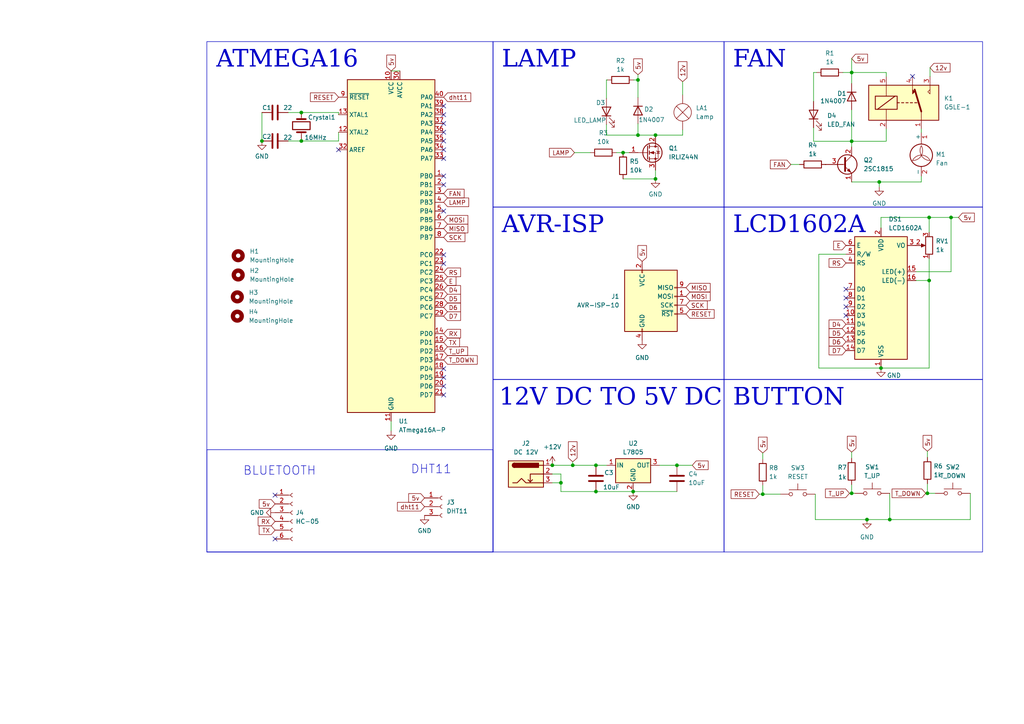
<source format=kicad_sch>
(kicad_sch (version 20230121) (generator eeschema)
  (paper "A4")
  (title_block (title "Egg incubator project") (date "2024-05-02") (company "Zinj"))
  (lib_symbols
    (symbol "Connector:AVR-ISP-10" (pin_names (offset 1.016))
      (property "Reference" "J" (at -6.35 11.43 0))
      (property "Value" "AVR-ISP-10" (at 0 11.43 0))
      (symbol "AVR-ISP-10_0_1"
        (rectangle (start -2.667 -6.858) (end -2.413 -7.62))
        (rectangle (start -2.667 10.16) (end -2.413 9.398))
        (rectangle (start 7.62 -2.413) (end 6.858 -2.667))
        (rectangle (start 7.62 0.127) (end 6.858 -0.127))
        (rectangle (start 7.62 2.667) (end 6.858 2.413))
        (rectangle (start 7.62 5.207) (end 6.858 4.953))
        (rectangle (start 7.62 10.16) (end -7.62 -7.62) (stroke (width 0.254)) (fill (type background)))
      )
      (symbol "AVR-ISP-10_1_1"
        (pin passive line (at 10.16 2.54 180) (length 2.54) (name "MOSI") (number "1"))
        (pin passive line (at -2.54 -10.16 90) (length 2.54) hide (name "GND") (number "10"))
        (pin passive line (at -2.54 12.7 270) (length 2.54) (name "VCC") (number "2"))
        (pin no_connect line (at 7.62 -5.08 180) (length 2.54) hide (name "NC") (number "3"))
        (pin passive line (at -2.54 -10.16 90) (length 2.54) (name "GND") (number "4"))
        (pin passive line (at 10.16 -2.54 180) (length 2.54) (name "~{RST}") (number "5"))
        (pin passive line (at -2.54 -10.16 90) (length 2.54) hide (name "GND") (number "6"))
        (pin passive line (at 10.16 0 180) (length 2.54) (name "SCK") (number "7"))
        (pin passive line (at -2.54 -10.16 90) (length 2.54) hide (name "GND") (number "8"))
        (pin passive line (at 10.16 5.08 180) (length 2.54) (name "MISO") (number "9"))
      )
    )
    (symbol "Connector:Barrel_Jack_Switch_Pin3Ring" (pin_names hide)
      (property "Reference" "J" (at 0 5.334 0))
      (property "Value" "Barrel_Jack_Switch_Pin3Ring" (at 0 -5.08 0))
      (symbol "Barrel_Jack_Switch_Pin3Ring_0_1"
        (rectangle (start -5.08 3.81) (end 5.08 -3.81) (stroke (width 0.254)) (fill (type background)))
        (arc (start -3.302 3.175) (mid -3.9343 2.54) (end -3.302 1.905) (stroke (width 0.254)))
        (arc (start -3.302 3.175) (mid -3.9343 2.54) (end -3.302 1.905) (stroke (width 0.254)) (fill (type outline)))
        (polyline (pts (xy 1.27 -2.286) (xy 1.905 -1.651)) (stroke (width 0.254)))
        (polyline (pts (xy 5.08 2.54) (xy 3.81 2.54)) (stroke (width 0.254)))
        (polyline (pts (xy 5.08 0) (xy 1.27 0) (xy 1.27 -2.286) (xy 0.635 -1.651)) (stroke (width 0.254)))
        (polyline (pts (xy -3.81 -2.54) (xy -2.54 -2.54) (xy -1.27 -1.27) (xy 0 -2.54) (xy 2.54 -2.54) (xy 5.08 -2.54)) (stroke (width 0.254)))
        (rectangle (start 3.683 3.175) (end -3.302 1.905) (stroke (width 0.254)) (fill (type outline)))
      )
      (symbol "Barrel_Jack_Switch_Pin3Ring_1_1"
        (pin passive line (at 7.62 2.54 180) (length 2.54) (name "~") (number "1"))
        (pin passive line (at 7.62 0 180) (length 2.54) (name "~") (number "2"))
        (pin passive line (at 7.62 -2.54 180) (length 2.54) (name "~") (number "3"))
      )
    )
    (symbol "Connector:Conn_01x03_Socket" (pin_names (offset 1.016) hide)
      (property "Reference" "J" (at 0 5.08 0))
      (property "Value" "Conn_01x03_Socket" (at 0 -5.08 0))
      (symbol "Conn_01x03_Socket_1_1"
        (arc (start 0 -2.032) (mid -0.5058 -2.54) (end 0 -3.048) (stroke (width 0.1524)))
        (polyline (pts (xy -1.27 -2.54) (xy -0.508 -2.54)) (stroke (width 0.1524)))
        (polyline (pts (xy -1.27 0) (xy -0.508 0)) (stroke (width 0.1524)))
        (polyline (pts (xy -1.27 2.54) (xy -0.508 2.54)) (stroke (width 0.1524)))
        (arc (start 0 0.508) (mid -0.5058 0) (end 0 -0.508) (stroke (width 0.1524)))
        (arc (start 0 3.048) (mid -0.5058 2.54) (end 0 2.032) (stroke (width 0.1524)))
        (pin passive line (at -5.08 2.54 0) (length 3.81) (name "Pin_1") (number "1"))
        (pin passive line (at -5.08 0 0) (length 3.81) (name "Pin_2") (number "2"))
        (pin passive line (at -5.08 -2.54 0) (length 3.81) (name "Pin_3") (number "3"))
      )
    )
    (symbol "Connector:Conn_01x06_Socket" (pin_names (offset 1.016) hide)
      (property "Reference" "J" (at 0 7.62 0))
      (property "Value" "Conn_01x06_Socket" (at 0 -10.16 0))
      (symbol "Conn_01x06_Socket_1_1"
        (arc (start 0 -7.112) (mid -0.5058 -7.62) (end 0 -8.128) (stroke (width 0.1524)))
        (arc (start 0 -4.572) (mid -0.5058 -5.08) (end 0 -5.588) (stroke (width 0.1524)))
        (arc (start 0 -2.032) (mid -0.5058 -2.54) (end 0 -3.048) (stroke (width 0.1524)))
        (polyline (pts (xy -1.27 -7.62) (xy -0.508 -7.62)) (stroke (width 0.1524)))
        (polyline (pts (xy -1.27 -5.08) (xy -0.508 -5.08)) (stroke (width 0.1524)))
        (polyline (pts (xy -1.27 -2.54) (xy -0.508 -2.54)) (stroke (width 0.1524)))
        (polyline (pts (xy -1.27 0) (xy -0.508 0)) (stroke (width 0.1524)))
        (polyline (pts (xy -1.27 2.54) (xy -0.508 2.54)) (stroke (width 0.1524)))
        (polyline (pts (xy -1.27 5.08) (xy -0.508 5.08)) (stroke (width 0.1524)))
        (arc (start 0 0.508) (mid -0.5058 0) (end 0 -0.508) (stroke (width 0.1524)))
        (arc (start 0 3.048) (mid -0.5058 2.54) (end 0 2.032) (stroke (width 0.1524)))
        (arc (start 0 5.588) (mid -0.5058 5.08) (end 0 4.572) (stroke (width 0.1524)))
        (pin passive line (at -5.08 5.08 0) (length 3.81) (name "Pin_1") (number "1"))
        (pin passive line (at -5.08 2.54 0) (length 3.81) (name "Pin_2") (number "2"))
        (pin passive line (at -5.08 0 0) (length 3.81) (name "Pin_3") (number "3"))
        (pin passive line (at -5.08 -2.54 0) (length 3.81) (name "Pin_4") (number "4"))
        (pin passive line (at -5.08 -5.08 0) (length 3.81) (name "Pin_5") (number "5"))
        (pin passive line (at -5.08 -7.62 0) (length 3.81) (name "Pin_6") (number "6"))
      )
    )
    (symbol "Device:C" (pin_numbers hide) (pin_names (offset 0.254))
      (property "Reference" "C" (at 0.635 2.54 0))
      (property "Value" "C" (at 0.635 -2.54 0))
      (symbol "C_0_1"
        (polyline (pts (xy -2.032 -0.762) (xy 2.032 -0.762)) (stroke (width 0.508)))
        (polyline (pts (xy -2.032 0.762) (xy 2.032 0.762)) (stroke (width 0.508)))
      )
      (symbol "C_1_1"
        (pin passive line (at 0 3.81 270) (length 2.794) (name "~") (number "1"))
        (pin passive line (at 0 -3.81 90) (length 2.794) (name "~") (number "2"))
      )
    )
    (symbol "Device:Crystal" (pin_numbers hide) (pin_names (offset 1.016) hide)
      (property "Reference" "Y" (at 0 3.81 0))
      (property "Value" "Crystal" (at 0 -3.81 0))
      (symbol "Crystal_0_1"
        (rectangle (start -1.143 2.54) (end 1.143 -2.54) (stroke (width 0.3048)))
        (polyline (pts (xy -2.54 0) (xy -1.905 0)))
        (polyline (pts (xy -1.905 -1.27) (xy -1.905 1.27)) (stroke (width 0.508)))
        (polyline (pts (xy 1.905 -1.27) (xy 1.905 1.27)) (stroke (width 0.508)))
        (polyline (pts (xy 2.54 0) (xy 1.905 0)))
      )
      (symbol "Crystal_1_1"
        (pin passive line (at -3.81 0 0) (length 1.27) (name "1") (number "1"))
        (pin passive line (at 3.81 0 180) (length 1.27) (name "2") (number "2"))
      )
    )
    (symbol "Device:LED" (pin_numbers hide) (pin_names (offset 1.016) hide)
      (property "Reference" "D" (at 0 2.54 0))
      (property "Value" "LED" (at 0 -2.54 0))
      (symbol "LED_0_1"
        (polyline (pts (xy -1.27 -1.27) (xy -1.27 1.27)) (stroke (width 0.254)))
        (polyline (pts (xy -1.27 0) (xy 1.27 0)))
        (polyline (pts (xy 1.27 -1.27) (xy 1.27 1.27) (xy -1.27 0) (xy 1.27 -1.27)) (stroke (width 0.254)))
        (polyline (pts (xy -3.048 -0.762) (xy -4.572 -2.286) (xy -3.81 -2.286) (xy -4.572 -2.286) (xy -4.572 -1.524)))
        (polyline (pts (xy -1.778 -0.762) (xy -3.302 -2.286) (xy -2.54 -2.286) (xy -3.302 -2.286) (xy -3.302 -1.524)))
      )
      (symbol "LED_1_1"
        (pin passive line (at -3.81 0 0) (length 2.54) (name "K") (number "1"))
        (pin passive line (at 3.81 0 180) (length 2.54) (name "A") (number "2"))
      )
    )
    (symbol "Device:Lamp" (pin_numbers hide) (pin_names (offset 0.0254) hide)
      (property "Reference" "LA" (at 0.635 3.81 0))
      (property "Value" "Lamp" (at 0.635 -3.81 0))
      (symbol "Lamp_0_1"
        (polyline (pts (xy -1.778 1.778) (xy 1.778 -1.778)))
        (polyline (pts (xy 1.778 1.778) (xy -1.778 -1.778)))
        (circle (center 0 0) (radius 2.54))
      )
      (symbol "Lamp_1_1"
        (pin passive line (at 0 -5.08 90) (length 2.54) (name "-") (number "1"))
        (pin passive line (at 0 5.08 270) (length 2.54) (name "+") (number "2"))
      )
    )
    (symbol "Device:R" (pin_numbers hide) (pin_names (offset 0))
      (property "Reference" "R" (at 2.032 0 90))
      (property "Value" "R" (at 0 0 90))
      (symbol "R_0_1"
        (rectangle (start -1.016 -2.54) (end 1.016 2.54) (stroke (width 0.254)))
      )
      (symbol "R_1_1"
        (pin passive line (at 0 3.81 270) (length 1.27) (name "~") (number "1"))
        (pin passive line (at 0 -3.81 90) (length 1.27) (name "~") (number "2"))
      )
    )
    (symbol "Device:R_Potentiometer" (pin_names (offset 1.016) hide)
      (property "Reference" "RV" (at -4.445 0 90))
      (property "Value" "R_Potentiometer" (at -2.54 0 90))
      (symbol "R_Potentiometer_0_1"
        (polyline (pts (xy 2.54 0) (xy 1.524 0)))
        (polyline (pts (xy 1.143 0) (xy 2.286 0.508) (xy 2.286 -0.508) (xy 1.143 0)) (fill (type outline)))
        (rectangle (start 1.016 2.54) (end -1.016 -2.54) (stroke (width 0.254)))
      )
      (symbol "R_Potentiometer_1_1"
        (pin passive line (at 0 3.81 270) (length 1.27) (name "1") (number "1"))
        (pin passive line (at 3.81 0 180) (length 1.27) (name "2") (number "2"))
        (pin passive line (at 0 -3.81 90) (length 1.27) (name "3") (number "3"))
      )
    )
    (symbol "Diode:1N4007" (pin_numbers hide) (pin_names hide)
      (property "Reference" "D" (at 0 2.54 0))
      (property "Value" "1N4007" (at 0 -2.54 0))
      (symbol "1N4007_0_1"
        (polyline (pts (xy -1.27 1.27) (xy -1.27 -1.27)) (stroke (width 0.254)))
        (polyline (pts (xy 1.27 0) (xy -1.27 0)))
        (polyline (pts (xy 1.27 1.27) (xy 1.27 -1.27) (xy -1.27 0) (xy 1.27 1.27)) (stroke (width 0.254)))
      )
      (symbol "1N4007_1_1"
        (pin passive line (at -3.81 0 0) (length 2.54) (name "K") (number "1"))
        (pin passive line (at 3.81 0 180) (length 2.54) (name "A") (number "2"))
      )
    )
    (symbol "Display_Character:WC1602A"
      (property "Reference" "DS" (at -5.842 19.05 0))
      (property "Value" "WC1602A" (at 5.334 19.05 0))
      (symbol "WC1602A_1_1"
        (rectangle (start -7.62 17.78) (end 7.62 -17.78) (stroke (width 0.254)) (fill (type background)))
        (pin power_in line (at 0 -20.32 90) (length 2.54) (name "VSS") (number "1"))
        (pin input line (at -10.16 -5.08 0) (length 2.54) (name "D3") (number "10"))
        (pin input line (at -10.16 -7.62 0) (length 2.54) (name "D4") (number "11"))
        (pin input line (at -10.16 -10.16 0) (length 2.54) (name "D5") (number "12"))
        (pin input line (at -10.16 -12.7 0) (length 2.54) (name "D6") (number "13"))
        (pin input line (at -10.16 -15.24 0) (length 2.54) (name "D7") (number "14"))
        (pin power_in line (at 10.16 7.62 180) (length 2.54) (name "LED(+)") (number "15"))
        (pin power_in line (at 10.16 5.08 180) (length 2.54) (name "LED(-)") (number "16"))
        (pin power_in line (at 0 20.32 270) (length 2.54) (name "VDD") (number "2"))
        (pin input line (at 10.16 15.24 180) (length 2.54) (name "VO") (number "3"))
        (pin input line (at -10.16 10.16 0) (length 2.54) (name "RS") (number "4"))
        (pin input line (at -10.16 12.7 0) (length 2.54) (name "R/W") (number "5"))
        (pin input line (at -10.16 15.24 0) (length 2.54) (name "E") (number "6"))
        (pin input line (at -10.16 2.54 0) (length 2.54) (name "D0") (number "7"))
        (pin input line (at -10.16 0 0) (length 2.54) (name "D1") (number "8"))
        (pin input line (at -10.16 -2.54 0) (length 2.54) (name "D2") (number "9"))
      )
    )
    (symbol "MCU_Microchip_ATmega:ATmega16A-P"
      (property "Reference" "U" (at -12.7 49.53 0))
      (property "Value" "ATmega16A-P" (at 2.54 -49.53 0))
      (symbol "ATmega16A-P_0_1"
        (rectangle (start -12.7 -48.26) (end 12.7 48.26) (stroke (width 0.254)) (fill (type background)))
      )
      (symbol "ATmega16A-P_1_1"
        (pin bidirectional line (at 15.24 20.32 180) (length 2.54) (name "PB0") (number "1"))
        (pin power_in line (at 0 50.8 270) (length 2.54) (name "VCC") (number "10"))
        (pin power_in line (at 0 -50.8 90) (length 2.54) (name "GND") (number "11"))
        (pin output line (at -15.24 33.02 0) (length 2.54) (name "XTAL2") (number "12"))
        (pin input line (at -15.24 38.1 0) (length 2.54) (name "XTAL1") (number "13"))
        (pin bidirectional line (at 15.24 -25.4 180) (length 2.54) (name "PD0") (number "14"))
        (pin bidirectional line (at 15.24 -27.94 180) (length 2.54) (name "PD1") (number "15"))
        (pin bidirectional line (at 15.24 -30.48 180) (length 2.54) (name "PD2") (number "16"))
        (pin bidirectional line (at 15.24 -33.02 180) (length 2.54) (name "PD3") (number "17"))
        (pin bidirectional line (at 15.24 -35.56 180) (length 2.54) (name "PD4") (number "18"))
        (pin bidirectional line (at 15.24 -38.1 180) (length 2.54) (name "PD5") (number "19"))
        (pin bidirectional line (at 15.24 17.78 180) (length 2.54) (name "PB1") (number "2"))
        (pin bidirectional line (at 15.24 -40.64 180) (length 2.54) (name "PD6") (number "20"))
        (pin bidirectional line (at 15.24 -43.18 180) (length 2.54) (name "PD7") (number "21"))
        (pin bidirectional line (at 15.24 -2.54 180) (length 2.54) (name "PC0") (number "22"))
        (pin bidirectional line (at 15.24 -5.08 180) (length 2.54) (name "PC1") (number "23"))
        (pin bidirectional line (at 15.24 -7.62 180) (length 2.54) (name "PC2") (number "24"))
        (pin bidirectional line (at 15.24 -10.16 180) (length 2.54) (name "PC3") (number "25"))
        (pin bidirectional line (at 15.24 -12.7 180) (length 2.54) (name "PC4") (number "26"))
        (pin bidirectional line (at 15.24 -15.24 180) (length 2.54) (name "PC5") (number "27"))
        (pin bidirectional line (at 15.24 -17.78 180) (length 2.54) (name "PC6") (number "28"))
        (pin bidirectional line (at 15.24 -20.32 180) (length 2.54) (name "PC7") (number "29"))
        (pin bidirectional line (at 15.24 15.24 180) (length 2.54) (name "PB2") (number "3"))
        (pin power_in line (at 2.54 50.8 270) (length 2.54) (name "AVCC") (number "30"))
        (pin passive line (at 0 -50.8 90) (length 2.54) hide (name "GND") (number "31"))
        (pin passive line (at -15.24 27.94 0) (length 2.54) (name "AREF") (number "32"))
        (pin bidirectional line (at 15.24 25.4 180) (length 2.54) (name "PA7") (number "33"))
        (pin bidirectional line (at 15.24 27.94 180) (length 2.54) (name "PA6") (number "34"))
        (pin bidirectional line (at 15.24 30.48 180) (length 2.54) (name "PA5") (number "35"))
        (pin bidirectional line (at 15.24 33.02 180) (length 2.54) (name "PA4") (number "36"))
        (pin bidirectional line (at 15.24 35.56 180) (length 2.54) (name "PA3") (number "37"))
        (pin bidirectional line (at 15.24 38.1 180) (length 2.54) (name "PA2") (number "38"))
        (pin bidirectional line (at 15.24 40.64 180) (length 2.54) (name "PA1") (number "39"))
        (pin bidirectional line (at 15.24 12.7 180) (length 2.54) (name "PB3") (number "4"))
        (pin bidirectional line (at 15.24 43.18 180) (length 2.54) (name "PA0") (number "40"))
        (pin bidirectional line (at 15.24 10.16 180) (length 2.54) (name "PB4") (number "5"))
        (pin bidirectional line (at 15.24 7.62 180) (length 2.54) (name "PB5") (number "6"))
        (pin bidirectional line (at 15.24 5.08 180) (length 2.54) (name "PB6") (number "7"))
        (pin bidirectional line (at 15.24 2.54 180) (length 2.54) (name "PB7") (number "8"))
        (pin input line (at -15.24 43.18 0) (length 2.54) (name "~{RESET}") (number "9"))
      )
    )
    (symbol "Mechanical:MountingHole" (pin_names (offset 1.016))
      (property "Reference" "H" (at 0 5.08 0))
      (property "Value" "MountingHole" (at 0 3.175 0))
      (symbol "MountingHole_0_1"
        (circle (center 0 0) (radius 1.27) (stroke (width 1.27)))
      )
    )
    (symbol "Motor:Fan" (pin_names (offset 0))
      (property "Reference" "M" (at 2.54 5.08 0))
      (property "Value" "Fan" (at 2.54 -2.54 0))
      (symbol "Fan_0_1"
        (arc (start -2.54 -0.508) (mid 0.0028 0.9121) (end 0 3.81))
        (polyline (pts (xy 0 -5.08) (xy 0 -4.572)))
        (polyline (pts (xy 0 -2.2352) (xy 0 -2.6416)))
        (polyline (pts (xy 0 4.2672) (xy 0 4.6228)))
        (polyline (pts (xy 0 4.572) (xy 0 5.08)))
        (circle (center 0 1.016) (radius 3.2512) (stroke (width 0.254)))
        (arc (start 0 3.81) (mid 0.053 0.921) (end 2.54 -0.508))
        (arc (start 2.54 -0.508) (mid 0 1.0618) (end -2.54 -0.508))
      )
      (symbol "Fan_1_1"
        (pin passive line (at 0 7.62 270) (length 2.54) (name "+") (number "1"))
        (pin passive line (at 0 -5.08 90) (length 2.54) (name "-") (number "2"))
      )
    )
    (symbol "Regulator_Linear:L7805" (pin_names (offset 0.254))
      (property "Reference" "U" (at -3.81 3.175 0))
      (property "Value" "L7805" (at 0 3.175 0))
      (symbol "L7805_0_1"
        (rectangle (start -5.08 1.905) (end 5.08 -5.08) (stroke (width 0.254)) (fill (type background)))
      )
      (symbol "L7805_1_1"
        (pin power_in line (at -7.62 0 0) (length 2.54) (name "IN") (number "1"))
        (pin power_in line (at 0 -7.62 90) (length 2.54) (name "GND") (number "2"))
        (pin power_out line (at 7.62 0 180) (length 2.54) (name "OUT") (number "3"))
      )
    )
    (symbol "Relay:G5LE-1"
      (property "Reference" "K" (at 11.43 3.81 0))
      (property "Value" "G5LE-1" (at 11.43 1.27 0))
      (symbol "G5LE-1_0_0"
        (polyline (pts (xy 7.62 5.08) (xy 7.62 2.54) (xy 6.985 3.175) (xy 7.62 3.81)))
      )
      (symbol "G5LE-1_0_1"
        (rectangle (start -10.16 5.08) (end 10.16 -5.08) (stroke (width 0.254)) (fill (type background)))
        (rectangle (start -8.255 1.905) (end -1.905 -1.905) (stroke (width 0.254)))
        (polyline (pts (xy -7.62 -1.905) (xy -2.54 1.905)) (stroke (width 0.254)))
        (polyline (pts (xy -5.08 -5.08) (xy -5.08 -1.905)))
        (polyline (pts (xy -5.08 5.08) (xy -5.08 1.905)))
        (polyline (pts (xy -1.905 0) (xy -1.27 0)) (stroke (width 0.254)))
        (polyline (pts (xy -0.635 0) (xy 0 0)) (stroke (width 0.254)))
        (polyline (pts (xy 0.635 0) (xy 1.27 0)) (stroke (width 0.254)))
        (polyline (pts (xy 1.905 0) (xy 2.54 0)) (stroke (width 0.254)))
        (polyline (pts (xy 3.175 0) (xy 3.81 0)) (stroke (width 0.254)))
        (polyline (pts (xy 5.08 -2.54) (xy 3.175 3.81)) (stroke (width 0.508)))
        (polyline (pts (xy 5.08 -2.54) (xy 5.08 -5.08)))
        (polyline (pts (xy 2.54 5.08) (xy 2.54 2.54) (xy 3.175 3.175) (xy 2.54 3.81)) (fill (type outline)))
      )
      (symbol "G5LE-1_1_1"
        (pin passive line (at 5.08 -7.62 90) (length 2.54) (name "~") (number "1"))
        (pin passive line (at -5.08 -7.62 90) (length 2.54) (name "~") (number "2"))
        (pin passive line (at 7.62 7.62 270) (length 2.54) (name "~") (number "3"))
        (pin passive line (at 2.54 7.62 270) (length 2.54) (name "~") (number "4"))
        (pin passive line (at -5.08 7.62 270) (length 2.54) (name "~") (number "5"))
      )
    )
    (symbol "Switch:SW_Push" (pin_numbers hide) (pin_names (offset 1.016) hide)
      (property "Reference" "SW" (at 1.27 2.54 0))
      (property "Value" "SW_Push" (at 0 -1.524 0))
      (symbol "SW_Push_0_1"
        (circle (center -2.032 0) (radius 0.508))
        (polyline (pts (xy 0 1.27) (xy 0 3.048)))
        (polyline (pts (xy 2.54 1.27) (xy -2.54 1.27)))
        (circle (center 2.032 0) (radius 0.508))
        (pin passive line (at -5.08 0 0) (length 2.54) (name "1") (number "1"))
        (pin passive line (at 5.08 0 180) (length 2.54) (name "2") (number "2"))
      )
    )
    (symbol "Transistor_BJT:2SC1815" (pin_names (offset 0) hide)
      (property "Reference" "Q" (at 5.08 1.905 0))
      (property "Value" "2SC1815" (at 5.08 0 0))
      (symbol "2SC1815_0_1"
        (polyline (pts (xy 0 0) (xy 0.508 0)))
        (polyline (pts (xy 0.635 0.635) (xy 2.54 2.54)))
        (polyline (pts (xy 0.635 -0.635) (xy 2.54 -2.54) (xy 2.54 -2.54)))
        (polyline (pts (xy 0.635 1.905) (xy 0.635 -1.905) (xy 0.635 -1.905)) (stroke (width 0.508)))
        (polyline (pts (xy 1.27 -1.778) (xy 1.778 -1.27) (xy 2.286 -2.286) (xy 1.27 -1.778) (xy 1.27 -1.778)) (fill (type outline)))
        (circle (center 1.27 0) (radius 2.8194) (stroke (width 0.254)))
      )
      (symbol "2SC1815_1_1"
        (pin passive line (at 2.54 -5.08 90) (length 2.54) (name "E") (number "1"))
        (pin passive line (at 2.54 5.08 270) (length 2.54) (name "C") (number "2"))
        (pin input line (at -5.08 0 0) (length 5.08) (name "B") (number "3"))
      )
    )
    (symbol "Transistor_FET:IRLIZ44N" (pin_names hide)
      (property "Reference" "Q" (at 5.08 1.905 0))
      (property "Value" "IRLIZ44N" (at 5.08 0 0))
      (symbol "IRLIZ44N_0_1"
        (polyline (pts (xy 0.254 0) (xy -2.54 0)))
        (polyline (pts (xy 0.254 1.905) (xy 0.254 -1.905)) (stroke (width 0.254)))
        (polyline (pts (xy 0.762 -1.27) (xy 0.762 -2.286)) (stroke (width 0.254)))
        (polyline (pts (xy 0.762 0.508) (xy 0.762 -0.508)) (stroke (width 0.254)))
        (polyline (pts (xy 0.762 2.286) (xy 0.762 1.27)) (stroke (width 0.254)))
        (polyline (pts (xy 2.54 2.54) (xy 2.54 1.778)))
        (polyline (pts (xy 2.54 -2.54) (xy 2.54 0) (xy 0.762 0)))
        (polyline (pts (xy 0.762 -1.778) (xy 3.302 -1.778) (xy 3.302 1.778) (xy 0.762 1.778)))
        (polyline (pts (xy 1.016 0) (xy 2.032 0.381) (xy 2.032 -0.381) (xy 1.016 0)) (fill (type outline)))
        (polyline (pts (xy 2.794 0.508) (xy 2.921 0.381) (xy 3.683 0.381) (xy 3.81 0.254)))
        (polyline (pts (xy 3.302 0.381) (xy 2.921 -0.254) (xy 3.683 -0.254) (xy 3.302 0.381)))
        (circle (center 1.651 0) (radius 2.794) (stroke (width 0.254)))
        (circle (center 2.54 -1.778) (radius 0.254) (fill (type outline)))
        (circle (center 2.54 1.778) (radius 0.254) (fill (type outline)))
      )
      (symbol "IRLIZ44N_1_1"
        (pin input line (at -5.08 0 0) (length 2.54) (name "G") (number "1"))
        (pin passive line (at 2.54 5.08 270) (length 2.54) (name "D") (number "2"))
        (pin passive line (at 2.54 -5.08 90) (length 2.54) (name "S") (number "3"))
      )
    )
    (symbol "power:+12V" (power) (pin_names (offset 0))
      (property "Value" "+12V" (at 0 3.556 0))
      (symbol "+12V_0_1"
        (polyline (pts (xy -0.762 1.27) (xy 0 2.54)))
        (polyline (pts (xy 0 0) (xy 0 2.54)))
        (polyline (pts (xy 0 2.54) (xy 0.762 1.27)))
      )
      (symbol "+12V_1_1"
        (pin power_in line (at 0 0 90) (length 0) hide (name "+12V") (number "1"))
      )
    )
    (symbol "power:GND" (power) (pin_names (offset 0))
      (property "Value" "GND" (at 0 -3.81 0))
      (symbol "GND_0_1"
        (polyline (pts (xy 0 0) (xy 0 -1.27) (xy 1.27 -1.27) (xy 0 -2.54) (xy -1.27 -1.27) (xy 0 -1.27)))
      )
      (symbol "GND_1_1"
        (pin power_in line (at 0 0 270) (length 0) hide (name "GND") (number "1"))
      )
    )
  )
  (junction (at 275.844 63.0682))
  (junction (at 268.986 143.0782))
  (junction (at 172.847 142.5702))
  (junction (at 75.9714 40.894))
  (junction (at 180.721 44.2722))
  (junction (at 247.015 21.0312))
  (junction (at 160.1978 134.9502))
  (junction (at 196.342 134.9502))
  (junction (at 255.016 52.7812))
  (junction (at 190.119 39.1922))
  (junction (at 255.524 106.7562))
  (junction (at 258.064 150.6982))
  (junction (at 183.642 142.5702))
  (junction (at 87.4014 32.639))
  (junction (at 172.847 134.9502))
  (junction (at 251.46 150.6982))
  (junction (at 87.4014 40.894))
  (junction (at 269.494 63.0682))
  (junction (at 185.039 39.1922))
  (junction (at 190.119 51.8922))
  (junction (at 247.015 143.0782))
  (junction (at 162.687 140.0302))
  (junction (at 166.116 134.9502))
  (junction (at 221.234 143.3322))
  (junction (at 269.494 81.3562))
  (junction (at 247.015 40.9702))
  (junction (at 185.039 23.1902))
  (no_connect (at 128.6764 30.734))
  (no_connect (at 128.6764 53.594))
  (no_connect (at 128.6764 106.934))
  (no_connect (at 128.6764 35.814))
  (no_connect (at 79.7814 143.6116))
  (no_connect (at 128.6764 112.014))
  (no_connect (at 264.668 22.1742))
  (no_connect (at 98.1964 43.434))
  (no_connect (at 128.6764 45.974))
  (no_connect (at 128.6764 38.354))
  (no_connect (at 128.6764 76.454))
  (no_connect (at 245.364 88.9762))
  (no_connect (at 128.6764 51.054))
  (no_connect (at 128.6764 109.474))
  (no_connect (at 245.364 91.5162))
  (no_connect (at 245.364 83.8962))
  (no_connect (at 128.6764 61.214))
  (no_connect (at 245.364 86.4362))
  (no_connect (at 128.6764 73.914))
  (no_connect (at 128.6764 114.554))
  (no_connect (at 128.6764 43.434))
  (no_connect (at 79.7814 156.3116))
  (no_connect (at 128.6764 40.894))
  (no_connect (at 128.6764 33.274))
  (wire (pts (xy 275.844 63.0682) (xy 278.003 63.0682)))
  (wire (pts (xy 268.986 130.8862) (xy 268.986 132.6642)))
  (wire (pts (xy 75.9714 32.639) (xy 75.9714 40.894)))
  (wire (pts (xy 98.1964 40.894) (xy 98.1964 38.354)))
  (wire (pts (xy 239.522 47.7012) (xy 239.395 47.7012)))
  (wire (pts (xy 185.039 23.1902) (xy 185.039 21.6662)))
  (wire (pts (xy 172.847 142.5702) (xy 183.642 142.5702)))
  (wire (pts (xy 162.687 140.0302) (xy 162.687 142.5702)))
  (wire (pts (xy 220.218 143.3322) (xy 221.234 143.3322)))
  (wire (pts (xy 160.147 137.4902) (xy 162.687 137.4902)))
  (wire (pts (xy 247.015 40.9702) (xy 247.015 42.6212)))
  (wire (pts (xy 183.642 142.5702) (xy 196.342 142.5702)))
  (wire (pts (xy 229.362 47.7012) (xy 231.902 47.7012)))
  (wire (pts (xy 83.5914 32.639) (xy 87.4014 32.639)))
  (wire (pts (xy 255.524 63.0682) (xy 255.524 66.1162)))
  (wire (pts (xy 196.342 134.9502) (xy 200.787 134.9502)))
  (wire (pts (xy 269.494 81.3562) (xy 269.494 106.7562)))
  (wire (pts (xy 197.993 23.6982) (xy 197.993 27.5082)))
  (wire (pts (xy 268.986 140.2842) (xy 268.986 143.0782)))
  (wire (pts (xy 221.234 140.7922) (xy 221.234 143.3322)))
  (wire (pts (xy 166.116 134.9502) (xy 172.847 134.9502)))
  (wire (pts (xy 275.844 78.8162) (xy 275.844 63.0682)))
  (wire (pts (xy 175.895 39.1922) (xy 185.039 39.1922)))
  (wire (pts (xy 236.474 150.6982) (xy 251.46 150.6982)))
  (wire (pts (xy 190.119 51.8922) (xy 190.119 49.3522)))
  (wire (pts (xy 87.4014 40.894) (xy 98.1964 40.894)))
  (wire (pts (xy 257.048 22.1742) (xy 257.048 21.0312)))
  (wire (pts (xy 247.015 21.0312) (xy 257.048 21.0312)))
  (wire (pts (xy 185.039 35.8902) (xy 185.039 39.1922)))
  (wire (pts (xy 162.687 142.5702) (xy 172.847 142.5702)))
  (wire (pts (xy 247.015 131.1402) (xy 247.015 132.9182)))
  (wire (pts (xy 258.064 150.6982) (xy 281.432 150.6982)))
  (wire (pts (xy 247.015 31.8262) (xy 247.015 40.9702)))
  (wire (pts (xy 235.966 37.0332) (xy 235.966 40.9702)))
  (wire (pts (xy 166.116 133.9342) (xy 166.116 134.9502)))
  (wire (pts (xy 247.015 52.7812) (xy 255.016 52.7812)))
  (wire (pts (xy 175.895 28.5242) (xy 175.895 23.1902)))
  (wire (pts (xy 247.015 16.9672) (xy 247.015 21.0312)))
  (wire (pts (xy 237.49 106.7562) (xy 237.49 73.7362)))
  (wire (pts (xy 237.49 73.7362) (xy 245.364 73.7362)))
  (wire (pts (xy 255.016 52.7812) (xy 255.016 54.1782)))
  (wire (pts (xy 255.524 106.7562) (xy 237.49 106.7562)))
  (wire (pts (xy 255.524 63.0682) (xy 269.494 63.0682)))
  (wire (pts (xy 175.895 39.1922) (xy 175.895 36.1442)))
  (wire (pts (xy 113.4364 20.574) (xy 115.9764 20.574)))
  (wire (pts (xy 255.524 106.7562) (xy 269.494 106.7562)))
  (wire (pts (xy 247.015 143.0782) (xy 247.904 143.0782)))
  (wire (pts (xy 247.015 24.2062) (xy 247.015 21.0312)))
  (wire (pts (xy 236.474 143.3322) (xy 236.474 150.6982)))
  (wire (pts (xy 180.721 51.8922) (xy 190.119 51.8922)))
  (wire (pts (xy 87.4014 32.639) (xy 98.1964 32.639)))
  (wire (pts (xy 113.4364 122.174) (xy 113.4364 124.968)))
  (wire (pts (xy 191.262 134.9502) (xy 196.342 134.9502)))
  (wire (pts (xy 175.895 23.1902) (xy 176.149 23.1902)))
  (wire (pts (xy 172.847 134.9502) (xy 176.022 134.9502)))
  (wire (pts (xy 281.432 143.0782) (xy 281.432 150.6982)))
  (wire (pts (xy 257.048 40.9702) (xy 247.015 40.9702)))
  (wire (pts (xy 269.494 63.0682) (xy 275.844 63.0682)))
  (wire (pts (xy 83.5914 40.894) (xy 87.4014 40.894)))
  (wire (pts (xy 235.966 21.0312) (xy 235.966 29.4132)))
  (wire (pts (xy 185.039 23.1902) (xy 185.039 28.2702)))
  (wire (pts (xy 160.147 140.0302) (xy 162.687 140.0302)))
  (wire (pts (xy 267.208 52.7812) (xy 267.208 51.1302)))
  (wire (pts (xy 160.1978 134.9502) (xy 166.116 134.9502)))
  (wire (pts (xy 221.234 131.3942) (xy 221.234 133.1722)))
  (wire (pts (xy 268.478 143.0782) (xy 268.986 143.0782)))
  (wire (pts (xy 265.684 81.3562) (xy 269.494 81.3562)))
  (wire (pts (xy 221.234 143.3322) (xy 226.314 143.3322)))
  (wire (pts (xy 235.966 40.9702) (xy 247.015 40.9702)))
  (wire (pts (xy 162.687 137.4902) (xy 162.687 140.0302)))
  (wire (pts (xy 269.494 67.3862) (xy 269.494 63.0682)))
  (wire (pts (xy 236.855 21.0312) (xy 235.966 21.0312)))
  (wire (pts (xy 251.46 150.6982) (xy 258.064 150.6982)))
  (wire (pts (xy 269.748 19.6342) (xy 269.748 22.1742)))
  (wire (pts (xy 178.816 44.2722) (xy 180.721 44.2722)))
  (wire (pts (xy 268.986 143.0782) (xy 271.272 143.0782)))
  (wire (pts (xy 190.119 39.1922) (xy 185.039 39.1922)))
  (wire (pts (xy 257.048 37.4142) (xy 257.048 40.9702)))
  (wire (pts (xy 265.684 78.8162) (xy 275.844 78.8162)))
  (wire (pts (xy 166.624 44.2722) (xy 171.196 44.2722)))
  (wire (pts (xy 244.475 21.0312) (xy 247.015 21.0312)))
  (wire (pts (xy 246.38 143.0782) (xy 247.015 143.0782)))
  (wire (pts (xy 160.147 134.9502) (xy 160.1978 134.9502)))
  (wire (pts (xy 267.208 52.7812) (xy 255.016 52.7812)))
  (wire (pts (xy 197.993 37.6682) (xy 197.993 39.1922)))
  (wire (pts (xy 180.721 44.2722) (xy 182.499 44.2722)))
  (wire (pts (xy 267.208 37.4142) (xy 267.208 38.4302)))
  (wire (pts (xy 190.119 39.1922) (xy 197.993 39.1922)))
  (wire (pts (xy 183.769 23.1902) (xy 185.039 23.1902)))
  (wire (pts (xy 269.494 75.0062) (xy 269.494 81.3562)))
  (wire (pts (xy 247.015 140.5382) (xy 247.015 143.0782)))
  (wire (pts (xy 98.1964 32.639) (xy 98.1964 33.274)))
  (wire (pts (xy 258.064 143.0782) (xy 258.064 150.6982)))
  (wire (pts (xy 87.4014 40.259) (xy 87.4014 40.894)))
  (rectangle (start 59.9948 130.429) (end 143.002 160.0962))
  (rectangle (start 143.002 12.065) (end 210.0072 60.071))
  (rectangle (start 59.9948 12.065) (end 143.002 160.0962))
  (rectangle (start 143.002 60.071) (end 210.0072 110.0582))
  (rectangle (start 210.0072 110.0582) (end 284.988 160.0962))
  (rectangle (start 210.0072 12.065) (end 284.988 60.071))
  (rectangle (start 143.002 110.0582) (end 210.0072 160.0962))
  (rectangle (start 210.0072 60.071) (end 284.988 110.0582))
  (text "12V DC TO 5V DC" (at 144.78 119.7102 0) (effects (font (size 5 5)) (justify left bottom)))
  (text "ATMEGA16" (at 62.738 21.6662 0) (effects (font (size 5 5)) (justify left bottom)))
  (text "LAMP" (at 145.542 21.6662 0) (effects (font (size 5 5)) (justify left bottom)))
  (text "LCD1602A" (at 212.598 69.6722 0) (effects (font (size 5 5)) (justify left bottom)))
  (text "BUTTON\n" (at 212.598 119.7102 0) (effects (font (size 5 5)) (justify left bottom)))
  (text "BLUETOOTH" (at 70.4596 138.1252 0) (effects (font (size 2.5 2.5)) (justify left bottom)))
  (text "DHT11" (at 119.0752 137.6934 0) (effects (font (size 2.5 2.5)) (justify left bottom)))
  (text "AVR-ISP" (at 145.542 69.6722 0) (effects (font (size 5 5)) (justify left bottom)))
  (text "FAN" (at 212.598 21.6662 0) (effects (font (size 5 5)) (justify left bottom)))
  (global_label "D5" (shape input) (at 245.364 96.5962 180) (property "Intersheetrefs" "${INTERSHEET_REFS}" (effects hide)))
  (global_label "dht11" (shape input) (at 123.1392 146.9644 180) (property "Intersheetrefs" "${INTERSHEET_REFS}" (effects hide)))
  (global_label "12v" (shape input) (at 269.748 19.6342 0) (property "Intersheetrefs" "${INTERSHEET_REFS}" (effects hide)))
  (global_label "5v" (shape input) (at 113.4364 20.574 90) (property "Intersheetrefs" "${INTERSHEET_REFS}" (effects hide)))
  (global_label "5v" (shape input) (at 247.015 16.9672 0) (property "Intersheetrefs" "${INTERSHEET_REFS}" (effects hide)))
  (global_label "RESET" (shape input) (at 220.218 143.3322 180) (property "Intersheetrefs" "${INTERSHEET_REFS}" (effects hide)))
  (global_label "5v" (shape input) (at 200.787 134.9502 0) (property "Intersheetrefs" "${INTERSHEET_REFS}" (effects hide)))
  (global_label "T_UP" (shape input) (at 246.38 143.0782 180) (property "Intersheetrefs" "${INTERSHEET_REFS}" (effects hide)))
  (global_label "RS" (shape input) (at 128.6764 78.994 0) (property "Intersheetrefs" "${INTERSHEET_REFS}" (effects hide)))
  (global_label "MOSI" (shape input) (at 198.9582 85.979 0) (property "Intersheetrefs" "${INTERSHEET_REFS}" (effects hide)))
  (global_label "5v" (shape input) (at 221.234 131.3942 90) (property "Intersheetrefs" "${INTERSHEET_REFS}" (effects hide)))
  (global_label "SCK" (shape input) (at 128.6764 68.834 0) (property "Intersheetrefs" "${INTERSHEET_REFS}" (effects hide)))
  (global_label "RX" (shape input) (at 128.6764 96.774 0) (property "Intersheetrefs" "${INTERSHEET_REFS}" (effects hide)))
  (global_label "T_UP" (shape input) (at 128.6764 101.854 0) (property "Intersheetrefs" "${INTERSHEET_REFS}" (effects hide)))
  (global_label "5v" (shape input) (at 123.1392 144.4244 180) (property "Intersheetrefs" "${INTERSHEET_REFS}" (effects hide)))
  (global_label "MOSI" (shape input) (at 128.6764 63.754 0) (property "Intersheetrefs" "${INTERSHEET_REFS}" (effects hide)))
  (global_label "RS" (shape input) (at 245.364 76.2762 180) (property "Intersheetrefs" "${INTERSHEET_REFS}" (effects hide)))
  (global_label "E" (shape input) (at 245.364 71.1962 180) (property "Intersheetrefs" "${INTERSHEET_REFS}" (effects hide)))
  (global_label "D6" (shape input) (at 245.364 99.1362 180) (property "Intersheetrefs" "${INTERSHEET_REFS}" (effects hide)))
  (global_label "dht11" (shape input) (at 128.6764 28.194 0) (property "Intersheetrefs" "${INTERSHEET_REFS}" (effects hide)))
  (global_label "T_DOWN" (shape input) (at 128.6764 104.394 0) (property "Intersheetrefs" "${INTERSHEET_REFS}" (effects hide)))
  (global_label "D6" (shape input) (at 128.6764 89.154 0) (property "Intersheetrefs" "${INTERSHEET_REFS}" (effects hide)))
  (global_label "E" (shape input) (at 128.6764 81.534 0) (property "Intersheetrefs" "${INTERSHEET_REFS}" (effects hide)))
  (global_label "5v" (shape input) (at 185.039 21.6662 90) (property "Intersheetrefs" "${INTERSHEET_REFS}" (effects hide)))
  (global_label "SCK" (shape input) (at 198.9582 88.519 0) (property "Intersheetrefs" "${INTERSHEET_REFS}" (effects hide)))
  (global_label "LAMP" (shape input) (at 166.624 44.2722 180) (property "Intersheetrefs" "${INTERSHEET_REFS}" (effects hide)))
  (global_label "D4" (shape input) (at 245.364 94.0562 180) (property "Intersheetrefs" "${INTERSHEET_REFS}" (effects hide)))
  (global_label "12v" (shape input) (at 197.993 23.6982 90) (property "Intersheetrefs" "${INTERSHEET_REFS}" (effects hide)))
  (global_label "12v" (shape input) (at 166.116 133.9342 90) (property "Intersheetrefs" "${INTERSHEET_REFS}" (effects hide)))
  (global_label "TX" (shape input) (at 128.6764 99.314 0) (property "Intersheetrefs" "${INTERSHEET_REFS}" (effects hide)))
  (global_label "T_DOWN" (shape input) (at 268.478 143.0782 180) (property "Intersheetrefs" "${INTERSHEET_REFS}" (effects hide)))
  (global_label "5v" (shape input) (at 247.015 131.1402 90) (property "Intersheetrefs" "${INTERSHEET_REFS}" (effects hide)))
  (global_label "LAMP" (shape input) (at 128.6764 58.674 0) (property "Intersheetrefs" "${INTERSHEET_REFS}" (effects hide)))
  (global_label "D5" (shape input) (at 128.6764 86.614 0) (property "Intersheetrefs" "${INTERSHEET_REFS}" (effects hide)))
  (global_label "TX" (shape input) (at 79.7814 153.7716 180) (property "Intersheetrefs" "${INTERSHEET_REFS}" (effects hide)))
  (global_label "RESET" (shape input) (at 198.9582 91.059 0) (property "Intersheetrefs" "${INTERSHEET_REFS}" (effects hide)))
  (global_label "MISO" (shape input) (at 128.6764 66.294 0) (property "Intersheetrefs" "${INTERSHEET_REFS}" (effects hide)))
  (global_label "5v" (shape input) (at 268.986 130.8862 90) (property "Intersheetrefs" "${INTERSHEET_REFS}" (effects hide)))
  (global_label "FAN" (shape input) (at 128.6764 56.134 0) (property "Intersheetrefs" "${INTERSHEET_REFS}" (effects hide)))
  (global_label "RESET" (shape input) (at 98.1964 28.194 180) (property "Intersheetrefs" "${INTERSHEET_REFS}" (effects hide)))
  (global_label "MISO" (shape input) (at 198.9582 83.439 0) (property "Intersheetrefs" "${INTERSHEET_REFS}" (effects hide)))
  (global_label "D7" (shape input) (at 245.364 101.6762 180) (property "Intersheetrefs" "${INTERSHEET_REFS}" (effects hide)))
  (global_label "FAN" (shape input) (at 229.362 47.7012 180) (property "Intersheetrefs" "${INTERSHEET_REFS}" (effects hide)))
  (global_label "D4" (shape input) (at 128.6764 84.074 0) (property "Intersheetrefs" "${INTERSHEET_REFS}" (effects hide)))
  (global_label "RX" (shape input) (at 79.7814 151.2316 180) (property "Intersheetrefs" "${INTERSHEET_REFS}" (effects hide)))
  (global_label "5v" (shape input) (at 186.2582 75.819 90) (property "Intersheetrefs" "${INTERSHEET_REFS}" (effects hide)))
  (global_label "5v" (shape input) (at 278.003 63.0682 0) (property "Intersheetrefs" "${INTERSHEET_REFS}" (effects hide)))
  (global_label "D7" (shape input) (at 128.6764 91.694 0) (property "Intersheetrefs" "${INTERSHEET_REFS}" (effects hide)))
  (global_label "5v" (shape input) (at 79.7814 146.1516 180) (property "Intersheetrefs" "${INTERSHEET_REFS}" (effects hide)))
  (symbol (lib_id "Connector:Conn_01x06_Socket") (at 84.8614 148.6916 0) (unit 1)
    (property "Reference" "J4" (at 85.7504 148.6916 0) (effects (justify left)))
    (property "Value" "HC-05" (at 85.7504 151.2316 0) (effects (justify left)))
    (property "Footprint" "Connector_PinSocket_2.54mm:PinSocket_1x06_P2.54mm_Vertical" (effects hide))
  )
  (symbol (lib_id "Diode:1N4007") (at 185.039 32.0802 270) (unit 1)
    (property "Reference" "D2" (at 186.817 31.6992 90) (effects (justify left)))
    (property "Value" "1N4007" (at 185.166 34.7472 90) (effects (justify left)))
    (property "Footprint" "Diode_THT:D_DO-41_SOD81_P10.16mm_Horizontal" (effects hide))
    (property "Datasheet" "http://www.vishay.com/docs/88503/1n4001.pdf" (effects hide))
    (property "Sim.Device" "D" (effects hide))
    (property "Sim.Pins" "1=K 2=A" (effects hide))
  )
  (symbol (lib_id "power:GND") (at 183.642 142.5702 0) (unit 1)
    (property "Reference" "#PWR08" (effects hide))
    (property "Value" "GND" (at 183.642 147.0152 0))
  )
  (symbol (lib_id "Regulator_Linear:L7805") (at 183.642 134.9502 0) (unit 1)
    (property "Reference" "U2" (at 183.642 128.6002 0))
    (property "Value" "L7805" (at 183.642 131.1402 0))
    (property "Footprint" "Package_TO_SOT_THT:TO-220-3_Horizontal_TabDown" (effects hide))
    (property "Datasheet" "http://www.st.com/content/ccc/resource/technical/document/datasheet/41/4f/b3/b0/12/d4/47/88/CD00000444.pdf/files/CD00000444.pdf/jcr:content/translations/en.CD00000444.pdf" (effects hide))
  )
  (symbol (lib_id "Switch:SW_Push") (at 231.394 143.3322 0) (unit 1)
    (property "Reference" "SW3" (at 231.394 135.7122 0))
    (property "Value" "RESET" (at 231.394 138.2522 0))
    (property "Footprint" "Button_Switch_THT:SW_PUSH_6mm_H5mm" (effects hide))
  )
  (symbol (lib_id "Device:R") (at 268.986 136.4742 0) (unit 1)
    (property "Reference" "R6" (at 270.764 135.2042 0) (effects (justify left)))
    (property "Value" "1k" (at 270.764 137.7442 0) (effects (justify left)))
    (property "Footprint" "Resistor_THT:R_Axial_DIN0204_L3.6mm_D1.6mm_P7.62mm_Horizontal" (effects hide))
  )
  (symbol (lib_id "MCU_Microchip_ATmega:ATmega16A-P") (at 113.4364 71.374 0) (unit 1)
    (property "Reference" "U1" (at 115.6305 122.174 0) (effects (justify left)))
    (property "Value" "ATmega16A-P" (at 115.6305 124.714 0) (effects (justify left)))
    (property "Footprint" "Package_DIP:DIP-40_W15.24mm" (effects hide))
    (property "Datasheet" "http://ww1.microchip.com/downloads/en/DeviceDoc/Atmel-8154-8-bit-AVR-ATmega16A_Datasheet.pdf" (effects hide))
  )
  (symbol (lib_id "Connector:Conn_01x03_Socket") (at 128.2192 146.9644 0) (unit 1)
    (property "Reference" "J3" (at 129.4892 145.6944 0) (effects (justify left)))
    (property "Value" "DHT11" (at 129.4892 148.2344 0) (effects (justify left)))
    (property "Footprint" "Connector_JST:JST_PH_B3B-PH-K_1x03_P2.00mm_Vertical" (effects hide))
  )
  (symbol (lib_id "Mechanical:MountingHole") (at 68.834 91.694 0) (unit 1)
    (property "Reference" "H4" (at 72.136 90.424 0) (effects (justify left)))
    (property "Value" "MountingHole" (at 72.136 92.964 0) (effects (justify left)))
    (property "Footprint" "MountingHole:MountingHole_3mm" (effects hide))
  )
  (symbol (lib_id "Device:Crystal") (at 87.4014 36.449 90) (unit 1)
    (property "Reference" "Crystal1" (at 89.3064 34.036 90) (effects (justify right)))
    (property "Value" "16MHz" (at 88.2904 39.878 90) (effects (justify right)))
    (property "Footprint" "Crystal:Crystal_HC49-4H_Vertical" (effects hide))
  )
  (symbol (lib_id "power:GND") (at 123.1392 149.5044 0) (unit 1)
    (property "Reference" "#PWR010" (effects hide))
    (property "Value" "GND" (at 123.1392 153.9494 0))
  )
  (symbol (lib_id "Device:R") (at 240.665 21.0312 90) (unit 1)
    (property "Reference" "R1" (at 240.665 15.4432 90))
    (property "Value" "1k" (at 240.665 17.9832 90))
    (property "Footprint" "Resistor_THT:R_Axial_DIN0204_L3.6mm_D1.6mm_P7.62mm_Horizontal" (effects hide))
  )
  (symbol (lib_id "Mechanical:MountingHole") (at 68.834 86.106 0) (unit 1)
    (property "Reference" "H3" (at 72.136 84.836 0) (effects (justify left)))
    (property "Value" "MountingHole" (at 72.136 87.376 0) (effects (justify left)))
    (property "Footprint" "MountingHole:MountingHole_3mm" (effects hide))
  )
  (symbol (lib_id "Device:R") (at 175.006 44.2722 90) (unit 1)
    (property "Reference" "R3" (at 175.006 38.5572 90))
    (property "Value" "10k" (at 175.006 41.0972 90))
    (property "Footprint" "Resistor_THT:R_Axial_DIN0204_L3.6mm_D1.6mm_P7.62mm_Horizontal" (effects hide))
  )
  (symbol (lib_id "Device:LED") (at 235.966 33.2232 90) (unit 1)
    (property "Reference" "D4" (at 239.903 33.5407 90) (effects (justify right)))
    (property "Value" "LED_FAN" (at 239.903 36.0807 90) (effects (justify right)))
    (property "Footprint" "LED_THT:LED_D3.0mm" (effects hide))
  )
  (symbol (lib_id "Device:R") (at 235.712 47.7012 90) (unit 1)
    (property "Reference" "R4" (at 235.712 42.1132 90))
    (property "Value" "1k" (at 235.712 44.6532 90))
    (property "Footprint" "Resistor_THT:R_Axial_DIN0204_L3.6mm_D1.6mm_P7.62mm_Horizontal" (effects hide))
  )
  (symbol (lib_id "Device:R_Potentiometer") (at 269.494 71.1962 180) (unit 1)
    (property "Reference" "RV1" (at 271.399 69.9262 0) (effects (justify right)))
    (property "Value" "1k" (at 271.399 72.4662 0) (effects (justify right)))
    (property "Footprint" "Potentiometer_THT:Potentiometer_Bourns_3386F_Vertical" (effects hide))
  )
  (symbol (lib_id "Switch:SW_Push") (at 252.984 143.0782 0) (unit 1)
    (property "Reference" "SW1" (at 252.984 135.4582 0))
    (property "Value" "T_UP" (at 252.984 137.9982 0))
    (property "Footprint" "Button_Switch_THT:SW_PUSH_6mm_H5mm" (effects hide))
  )
  (symbol (lib_id "power:GND") (at 255.016 54.1782 0) (unit 1)
    (property "Reference" "#PWR03" (effects hide))
    (property "Value" "GND" (at 255.016 59.0042 0))
  )
  (symbol (lib_id "power:GND") (at 251.46 150.6982 0) (unit 1)
    (property "Reference" "#PWR011" (effects hide))
    (property "Value" "GND" (at 251.46 155.7782 0))
  )
  (symbol (lib_id "Connector:Barrel_Jack_Switch_Pin3Ring") (at 152.527 137.4902 0) (unit 1)
    (property "Reference" "J2" (at 152.527 128.6002 0))
    (property "Value" "DC 12V" (at 152.527 131.1402 0))
    (property "Footprint" "Connector_BarrelJack:BarrelJack_Horizontal" (effects hide))
  )
  (symbol (lib_id "Device:LED") (at 175.895 32.3342 90) (unit 1)
    (property "Reference" "D3" (at 172.847 29.7942 90) (effects (justify right)))
    (property "Value" "LED_LAMP" (at 166.37 34.8742 90) (effects (justify right)))
    (property "Footprint" "LED_THT:LED_D3.0mm" (effects hide))
  )
  (symbol (lib_id "Transistor_FET:IRLIZ44N") (at 187.579 44.2722 0) (unit 1)
    (property "Reference" "Q1" (at 193.929 43.0022 0) (effects (justify left)))
    (property "Value" "IRLIZ44N" (at 193.929 45.5422 0) (effects (justify left)))
    (property "Footprint" "Package_TO_SOT_THT:TO-220F-3_Horizontal_TabDown" (effects hide))
    (property "Datasheet" "http://www.irf.com/product-info/datasheets/data/irliz44n.pdf" (effects hide))
  )
  (symbol (lib_id "power:GND") (at 190.119 51.8922 0) (unit 1)
    (property "Reference" "#PWR02" (effects hide))
    (property "Value" "GND" (at 190.119 56.3372 0))
  )
  (symbol (lib_id "power:GND") (at 75.9714 40.894 0) (unit 1)
    (property "Reference" "#PWR01" (effects hide))
    (property "Value" "GND" (at 75.9714 45.339 0))
  )
  (symbol (lib_id "Mechanical:MountingHole") (at 69.088 79.756 0) (unit 1)
    (property "Reference" "H2" (at 72.39 78.486 0) (effects (justify left)))
    (property "Value" "MountingHole" (at 72.39 81.026 0) (effects (justify left)))
    (property "Footprint" "MountingHole:MountingHole_3mm" (effects hide))
  )
  (symbol (lib_id "Device:C") (at 79.7814 40.894 90) (unit 1)
    (property "Reference" "C2" (at 77.3684 39.624 90))
    (property "Value" "22" (at 83.4644 39.878 90))
    (property "Footprint" "Capacitor_THT:C_Disc_D3.4mm_W2.1mm_P2.50mm" (effects hide))
  )
  (symbol (lib_id "power:GND") (at 113.4364 124.968 0) (unit 1)
    (property "Reference" "#PWR06" (effects hide))
    (property "Value" "GND" (at 113.4364 130.048 0))
  )
  (symbol (lib_id "Display_Character:WC1602A") (at 255.524 86.4362 0) (unit 1)
    (property "Reference" "DS1" (at 257.7181 63.5762 0) (effects (justify left)))
    (property "Value" "LCD1602A" (at 257.7181 66.1162 0) (effects (justify left)))
    (property "Footprint" "Display:WC1602A" (effects hide))
    (property "Datasheet" "http://www.wincomlcd.com/pdf/WC1602A-SFYLYHTC06.pdf" (effects hide))
  )
  (symbol (lib_id "Mechanical:MountingHole") (at 69.088 74.168 0) (unit 1)
    (property "Reference" "H1" (at 72.39 72.898 0) (effects (justify left)))
    (property "Value" "MountingHole" (at 72.39 75.438 0) (effects (justify left)))
    (property "Footprint" "MountingHole:MountingHole_3mm" (effects hide))
  )
  (symbol (lib_id "Connector:AVR-ISP-10") (at 188.7982 88.519 0) (unit 1)
    (property "Reference" "J1" (at 179.6542 85.979 0) (effects (justify right)))
    (property "Value" "AVR-ISP-10" (at 179.6542 88.519 0) (effects (justify right)))
    (property "Footprint" "Connector_IDC:IDC-Header_2x05_P2.54mm_Vertical" (effects hide))
    (property "Datasheet" " ~" (effects hide))
  )
  (symbol (lib_id "Transistor_BJT:2SC1815") (at 244.475 47.7012 0) (unit 1)
    (property "Reference" "Q2" (at 250.444 46.4312 0) (effects (justify left)))
    (property "Value" "2SC1815" (at 250.444 48.9712 0) (effects (justify left)))
    (property "Footprint" "Package_TO_SOT_THT:TO-92_Inline" (effects hide))
    (property "Datasheet" "https://media.digikey.com/pdf/Data%20Sheets/Toshiba%20PDFs/2SC1815.pdf" (effects hide))
  )
  (symbol (lib_id "Device:R") (at 247.015 136.7282 0) (unit 1)
    (property "Reference" "R7" (at 242.951 135.5852 0) (effects (justify left)))
    (property "Value" "1k" (at 243.078 138.3792 0) (effects (justify left)))
    (property "Footprint" "Resistor_THT:R_Axial_DIN0204_L3.6mm_D1.6mm_P7.62mm_Horizontal" (effects hide))
  )
  (symbol (lib_id "Device:C") (at 79.7814 32.639 90) (unit 1)
    (property "Reference" "C1" (at 77.3684 31.242 90))
    (property "Value" "22" (at 83.4644 31.242 90))
    (property "Footprint" "Capacitor_THT:C_Disc_D3.4mm_W2.1mm_P2.50mm" (effects hide))
  )
  (symbol (lib_id "Diode:1N4007") (at 247.015 28.0162 270) (unit 1)
    (property "Reference" "D1" (at 242.824 27.1272 90) (effects (justify left)))
    (property "Value" "1N4007" (at 237.871 29.2862 90) (effects (justify left)))
    (property "Footprint" "Diode_THT:D_DO-41_SOD81_P10.16mm_Horizontal" (effects hide))
    (property "Datasheet" "http://www.vishay.com/docs/88503/1n4001.pdf" (effects hide))
    (property "Sim.Device" "D" (effects hide))
    (property "Sim.Pins" "1=K 2=A" (effects hide))
  )
  (symbol (lib_id "Device:R") (at 180.721 48.0822 0) (unit 1)
    (property "Reference" "R5" (at 182.626 46.8122 0) (effects (justify left)))
    (property "Value" "10k" (at 182.626 49.3522 0) (effects (justify left)))
    (property "Footprint" "Resistor_THT:R_Axial_DIN0204_L3.6mm_D1.6mm_P7.62mm_Horizontal" (effects hide))
  )
  (symbol (lib_id "power:GND") (at 186.2582 98.679 0) (unit 1)
    (property "Reference" "#PWR04" (effects hide))
    (property "Value" "GND" (at 186.2582 103.759 0))
  )
  (symbol (lib_id "Relay:G5LE-1") (at 262.128 29.7942 0) (unit 1)
    (property "Reference" "K1" (at 273.812 28.5242 0) (effects (justify left)))
    (property "Value" "G5LE-1" (at 273.812 31.0642 0) (effects (justify left)))
    (property "Footprint" "Relay_THT:Relay_SPDT_Omron-G5LE-1" (effects hide))
    (property "Datasheet" "http://www.omron.com/ecb/products/pdf/en-g5le.pdf" (effects hide))
  )
  (symbol (lib_id "Device:R") (at 221.234 136.9822 0) (unit 1)
    (property "Reference" "R8" (at 223.012 135.7122 0) (effects (justify left)))
    (property "Value" "1k" (at 223.012 138.2522 0) (effects (justify left)))
    (property "Footprint" "Resistor_THT:R_Axial_DIN0204_L3.6mm_D1.6mm_P7.62mm_Horizontal" (effects hide))
  )
  (symbol (lib_id "Device:R") (at 179.959 23.1902 90) (unit 1)
    (property "Reference" "R2" (at 179.959 17.6022 90))
    (property "Value" "1k" (at 179.959 20.1422 90))
    (property "Footprint" "Resistor_THT:R_Axial_DIN0204_L3.6mm_D1.6mm_P7.62mm_Horizontal" (effects hide))
  )
  (symbol (lib_id "Motor:Fan") (at 267.208 46.0502 0) (unit 1)
    (property "Reference" "M1" (at 271.399 44.7802 0) (effects (justify left)))
    (property "Value" "Fan" (at 271.399 47.3202 0) (effects (justify left)))
    (property "Footprint" "Connector_TE-Connectivity:TE_440054-2_1x02_P2.00mm_Vertical" (effects hide))
  )
  (symbol (lib_id "power:GND") (at 255.524 106.7562 0) (unit 1)
    (property "Reference" "#PWR05" (effects hide))
    (property "Value" "GND" (at 259.2832 108.8898 0))
  )
  (symbol (lib_id "Device:C") (at 196.342 138.7602 180) (unit 1)
    (property "Reference" "C4" (at 199.644 137.4902 0) (effects (justify right)))
    (property "Value" "10uF" (at 199.644 140.0302 0) (effects (justify right)))
    (property "Footprint" "Capacitor_THT:CP_Radial_D5.0mm_P2.00mm" (effects hide))
  )
  (symbol (lib_id "Device:Lamp") (at 197.993 32.5882 0) (unit 1)
    (property "Reference" "LA1" (at 201.803 31.3182 0) (effects (justify left)))
    (property "Value" "Lamp" (at 201.803 33.8582 0) (effects (justify left)))
    (property "Footprint" "Connector_TE-Connectivity:TE_440054-2_1x02_P2.00mm_Vertical" (effects hide))
  )
  (symbol (lib_id "Device:C") (at 172.847 138.7602 180) (unit 1)
    (property "Reference" "C3" (at 175.26 137.1092 0) (effects (justify right)))
    (property "Value" "10uF" (at 174.879 141.3002 0) (effects (justify right)))
    (property "Footprint" "Capacitor_THT:CP_Radial_D5.0mm_P2.00mm" (effects hide))
  )
  (symbol (lib_id "power:GND") (at 79.7814 148.6916 270) (unit 1)
    (property "Reference" "#PWR09" (effects hide))
    (property "Value" "GND" (at 76.6064 148.6916 90) (effects (justify right)))
  )
  (symbol (lib_id "power:+12V") (at 160.1978 134.9502 0) (unit 1)
    (property "Reference" "#PWR07" (effects hide))
    (property "Value" "+12V" (at 160.1978 129.6162 0))
  )
  (symbol (lib_id "Switch:SW_Push") (at 276.352 143.0782 0) (unit 1)
    (property "Reference" "SW2" (at 276.352 135.4582 0))
    (property "Value" "T_DOWN" (at 276.352 137.9982 0))
    (property "Footprint" "Button_Switch_THT:SW_PUSH_6mm_H5mm" (effects hide))
  )
)
</source>
